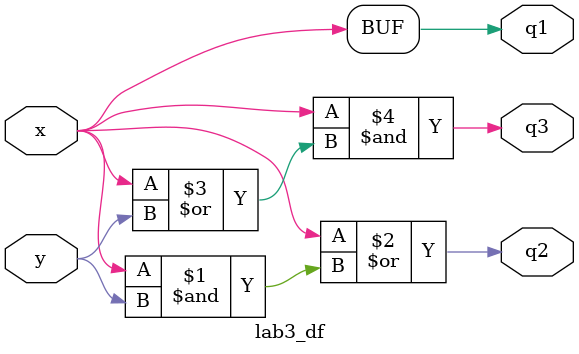
<source format=v>
`timescale 1ns / 1ps


module lab3_df(
input x,y,
output q1,q2,q3
    );
    assign q1 = x;
    assign q2 = x | (x & y);
    assign q3 = x & (x | y);
endmodule

</source>
